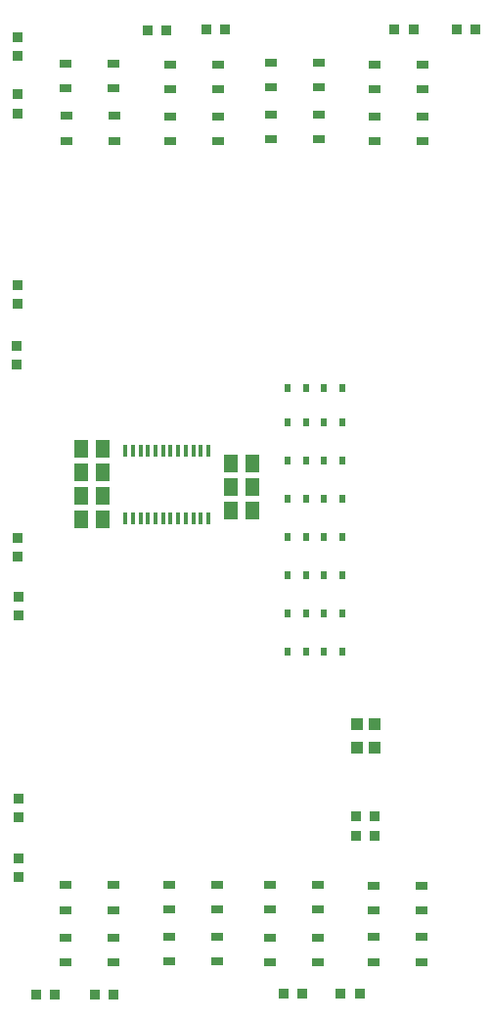
<source format=gbr>
G04 EAGLE Gerber RS-274X export*
G75*
%MOMM*%
%FSLAX34Y34*%
%LPD*%
%INSolderpaste Top*%
%IPPOS*%
%AMOC8*
5,1,8,0,0,1.08239X$1,22.5*%
G01*
%ADD10R,1.050000X0.650000*%
%ADD11R,0.810000X0.930000*%
%ADD12R,0.930000X0.810000*%
%ADD13R,1.040000X1.020000*%
%ADD14R,0.600000X0.800000*%
%ADD15R,0.304800X0.990600*%
%ADD16R,1.300000X1.500000*%


D10*
X419510Y147050D03*
X419510Y125550D03*
X461010Y147050D03*
X461010Y125550D03*
X153810Y856830D03*
X153810Y835330D03*
X195310Y856830D03*
X195310Y835330D03*
D11*
X341500Y98480D03*
X357700Y98480D03*
X391300Y98440D03*
X407500Y98440D03*
X127400Y97860D03*
X143600Y97860D03*
X178200Y97820D03*
X194400Y97820D03*
D12*
X112240Y267240D03*
X112240Y251040D03*
X112200Y215440D03*
X112200Y199240D03*
X111620Y491940D03*
X111620Y475740D03*
X112580Y441140D03*
X112580Y424940D03*
X111560Y710460D03*
X111560Y694260D03*
X111140Y658260D03*
X111140Y642060D03*
X111980Y924760D03*
X111980Y908560D03*
X111220Y875160D03*
X111220Y858960D03*
D11*
X291200Y931200D03*
X275000Y931200D03*
X240200Y930360D03*
X224000Y930360D03*
X507900Y931380D03*
X491700Y931380D03*
X454100Y931420D03*
X437900Y931420D03*
X404780Y235060D03*
X420980Y235060D03*
X404780Y251260D03*
X420980Y251260D03*
D13*
X405690Y310480D03*
X420390Y310480D03*
X405690Y331440D03*
X420390Y331440D03*
D14*
X376760Y393760D03*
X392760Y393760D03*
X376760Y426780D03*
X392760Y426780D03*
X376760Y459800D03*
X392760Y459800D03*
X376760Y492820D03*
X392760Y492820D03*
X376760Y525840D03*
X392760Y525840D03*
X376760Y558860D03*
X392760Y558860D03*
X376760Y591880D03*
X392760Y591880D03*
X376760Y621900D03*
X392760Y621900D03*
D10*
X419810Y191530D03*
X419810Y170030D03*
X461310Y191530D03*
X461310Y170030D03*
X330310Y146770D03*
X330310Y125270D03*
X371810Y146770D03*
X371810Y125270D03*
X330310Y192430D03*
X330310Y170930D03*
X371810Y192430D03*
X371810Y170930D03*
X242770Y147410D03*
X242770Y125910D03*
X284270Y147410D03*
X284270Y125910D03*
X242770Y192610D03*
X242770Y171110D03*
X284270Y192610D03*
X284270Y171110D03*
X152770Y146970D03*
X152770Y125470D03*
X194270Y146970D03*
X194270Y125470D03*
X152770Y192170D03*
X152770Y170670D03*
X194270Y192170D03*
X194270Y170670D03*
D14*
X345060Y393760D03*
X361060Y393760D03*
X345060Y426780D03*
X361060Y426780D03*
X345060Y459800D03*
X361060Y459800D03*
X345060Y492820D03*
X361060Y492820D03*
X345060Y525840D03*
X361060Y525840D03*
X345060Y558860D03*
X361060Y558860D03*
X345060Y591880D03*
X361060Y591880D03*
X345060Y621900D03*
X361060Y621900D03*
D10*
X153370Y902170D03*
X153370Y880670D03*
X194870Y902170D03*
X194870Y880670D03*
X243370Y856470D03*
X243370Y834970D03*
X284870Y856470D03*
X284870Y834970D03*
X243370Y901270D03*
X243370Y879770D03*
X284870Y901270D03*
X284870Y879770D03*
X330910Y858030D03*
X330910Y836530D03*
X372410Y858030D03*
X372410Y836530D03*
X330910Y902830D03*
X330910Y881330D03*
X372410Y902830D03*
X372410Y881330D03*
X420910Y856130D03*
X420910Y834630D03*
X462410Y856130D03*
X462410Y834630D03*
X420910Y901010D03*
X420910Y879510D03*
X462410Y901010D03*
X462410Y879510D03*
D15*
X205090Y508922D03*
X211590Y508922D03*
X218090Y508922D03*
X224590Y508922D03*
X231090Y508922D03*
X237590Y508922D03*
X244090Y508922D03*
X250590Y508922D03*
X257090Y508922D03*
X263590Y508922D03*
X263590Y567278D03*
X257090Y567278D03*
X250590Y567278D03*
X244090Y567278D03*
X237590Y567278D03*
X231090Y567278D03*
X224590Y567278D03*
X218090Y567278D03*
X211590Y567278D03*
X205090Y567278D03*
X270090Y508922D03*
X270090Y567278D03*
X276590Y508922D03*
X276590Y567278D03*
D16*
X166220Y569340D03*
X185220Y569340D03*
X185220Y549020D03*
X166220Y549020D03*
X166220Y528700D03*
X185220Y528700D03*
X295760Y556640D03*
X314760Y556640D03*
X314760Y536320D03*
X295760Y536320D03*
X314760Y516000D03*
X295760Y516000D03*
X185500Y508000D03*
X166500Y508000D03*
M02*

</source>
